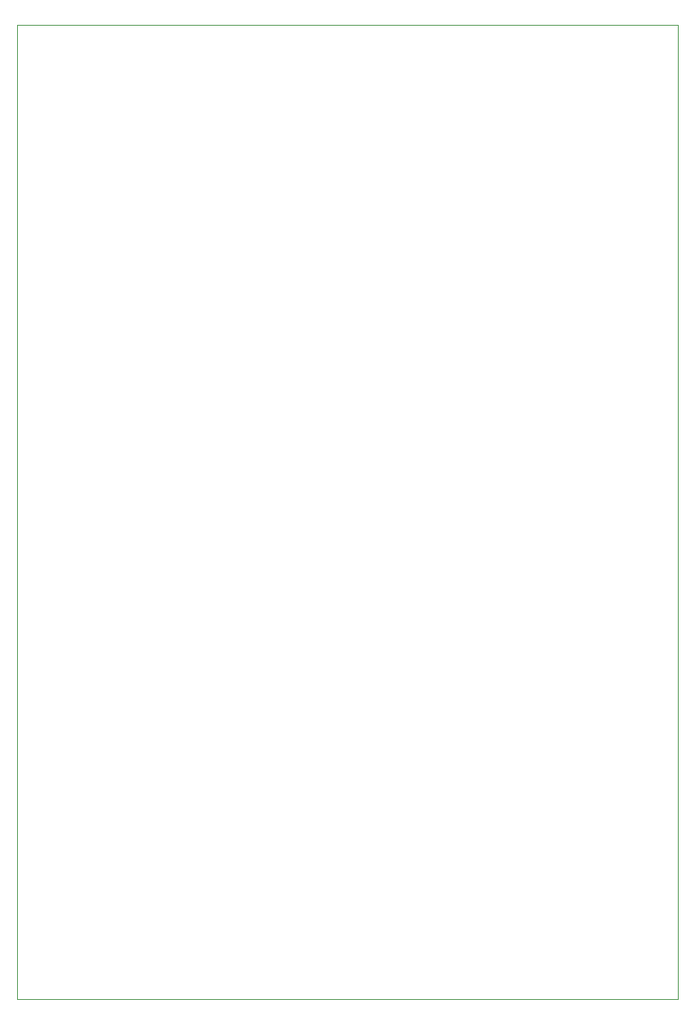
<source format=gm1>
G04 #@! TF.GenerationSoftware,KiCad,Pcbnew,7.0.0-rc2-unknown-92a61b187f~165~ubuntu22.04.1*
G04 #@! TF.CreationDate,2023-02-10T21:55:46-05:00*
G04 #@! TF.ProjectId,dualvca_b2,6475616c-7663-4615-9f62-322e6b696361,rev?*
G04 #@! TF.SameCoordinates,Original*
G04 #@! TF.FileFunction,Profile,NP*
%FSLAX46Y46*%
G04 Gerber Fmt 4.6, Leading zero omitted, Abs format (unit mm)*
G04 Created by KiCad (PCBNEW 7.0.0-rc2-unknown-92a61b187f~165~ubuntu22.04.1) date 2023-02-10 21:55:46*
%MOMM*%
%LPD*%
G01*
G04 APERTURE LIST*
G04 #@! TA.AperFunction,Profile*
%ADD10C,0.100000*%
G04 #@! TD*
G04 APERTURE END LIST*
D10*
X114000000Y-47000000D02*
X186000000Y-47000000D01*
X114000000Y-47000000D02*
X114000000Y-47000000D01*
X186000000Y-47000000D02*
X186000000Y-153000000D01*
X186000000Y-153000000D02*
X114000000Y-153000000D01*
X114000000Y-153000000D02*
X114000000Y-47000000D01*
M02*

</source>
